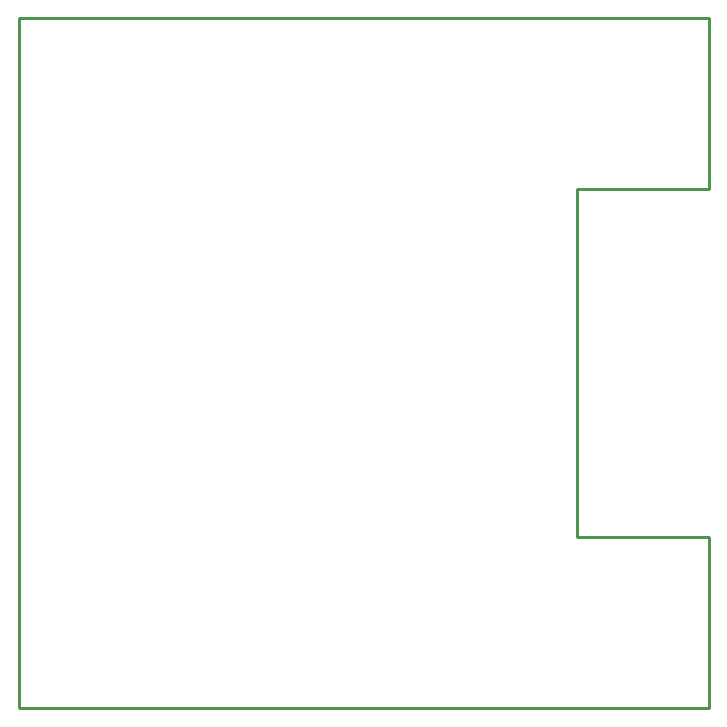
<source format=gko>
G04 Layer: BoardOutlineLayer*
G04 EasyEDA v6.5.22, 2022-12-26 15:03:30*
G04 af2be31372914f20b411737621dd261a,5a6b42c53f6a479593ecc07194224c93,10*
G04 Gerber Generator version 0.2*
G04 Scale: 100 percent, Rotated: No, Reflected: No *
G04 Dimensions in millimeters *
G04 leading zeros omitted , absolute positions ,4 integer and 5 decimal *
%FSLAX45Y45*%
%MOMM*%

%ADD10C,0.2540*%
D10*
X0Y5842000D02*
G01*
X5842000Y5842000D01*
X5841987Y4394192D01*
X4724389Y4394192D01*
X4724389Y1447797D01*
X5841987Y1447797D01*
X5842000Y0D01*
X0Y502D01*
X0Y5842000D01*

%LPD*%
M02*

</source>
